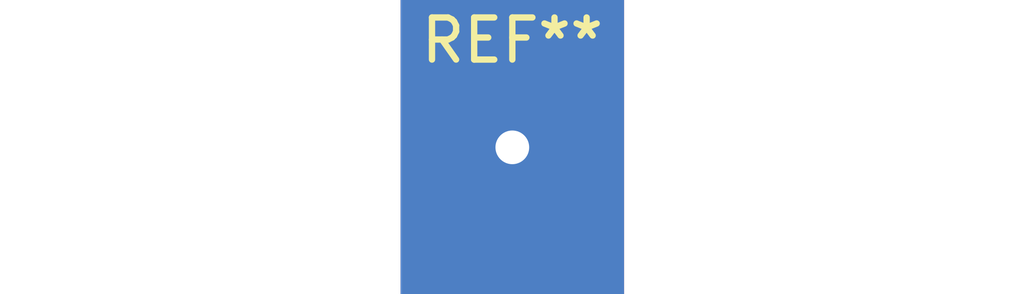
<source format=kicad_pcb>
(kicad_pcb (version 20171130) (host pcbnew 5.1.5+dfsg1-2build2)

  (general
    (thickness 1.6)
    (drawings 0)
    (tracks 0)
    (zones 0)
    (modules 1)
    (nets 1)
  )

  (page A4)
  (layers
    (0 F.Cu signal)
    (31 B.Cu signal)
    (32 B.Adhes user)
    (33 F.Adhes user)
    (34 B.Paste user)
    (35 F.Paste user)
    (36 B.SilkS user)
    (37 F.SilkS user)
    (38 B.Mask user)
    (39 F.Mask user)
    (40 Dwgs.User user)
    (41 Cmts.User user)
    (42 Eco1.User user)
    (43 Eco2.User user)
    (44 Edge.Cuts user)
    (45 Margin user)
    (46 B.CrtYd user)
    (47 F.CrtYd user)
    (48 B.Fab user)
    (49 F.Fab user)
  )

  (setup
    (last_trace_width 0.25)
    (trace_clearance 0.2)
    (zone_clearance 0.508)
    (zone_45_only no)
    (trace_min 0.2)
    (via_size 0.8)
    (via_drill 0.4)
    (via_min_size 0.4)
    (via_min_drill 0.3)
    (uvia_size 0.3)
    (uvia_drill 0.1)
    (uvias_allowed no)
    (uvia_min_size 0.2)
    (uvia_min_drill 0.1)
    (edge_width 0.05)
    (segment_width 0.2)
    (pcb_text_width 0.3)
    (pcb_text_size 1.5 1.5)
    (mod_edge_width 0.12)
    (mod_text_size 1 1)
    (mod_text_width 0.15)
    (pad_size 5.3 7)
    (pad_drill 0.8001)
    (pad_to_mask_clearance 0.051)
    (solder_mask_min_width 0.25)
    (aux_axis_origin 0 0)
    (visible_elements FFFFFF7F)
    (pcbplotparams
      (layerselection 0x00000_7fffffff)
      (usegerberextensions false)
      (usegerberattributes false)
      (usegerberadvancedattributes false)
      (creategerberjobfile false)
      (excludeedgelayer true)
      (linewidth 0.100000)
      (plotframeref false)
      (viasonmask false)
      (mode 1)
      (useauxorigin false)
      (hpglpennumber 1)
      (hpglpenspeed 20)
      (hpglpendiameter 15.000000)
      (psnegative false)
      (psa4output false)
      (plotreference true)
      (plotvalue true)
      (plotinvisibletext false)
      (padsonsilk false)
      (subtractmaskfromsilk false)
      (outputformat 1)
      (mirror false)
      (drillshape 0)
      (scaleselection 1)
      (outputdirectory ""))
  )

  (net 0 "")

  (net_class Default "Это класс цепей по умолчанию."
    (clearance 0.2)
    (trace_width 0.25)
    (via_dia 0.8)
    (via_drill 0.4)
    (uvia_dia 0.3)
    (uvia_drill 0.1)
  )

  (module Connector_Wire:SolderWirePad_1x01_Drill0.8mm (layer F.Cu) (tedit 65124350) (tstamp 6511D9B9)
    (at 105.41 80.01)
    (descr "Wire solder connection")
    (tags connector)
    (attr virtual)
    (fp_text reference REF** (at 0 -2.54) (layer F.SilkS)
      (effects (font (size 1 1) (thickness 0.15)))
    )
    (fp_text value SolderWirePad_1x01_Drill0.8mm (at 0 2.54) (layer F.Fab)
      (effects (font (size 1 1) (thickness 0.15)))
    )
    (fp_line (start 1.5 1.5) (end -1.5 1.5) (layer F.CrtYd) (width 0.05))
    (fp_line (start 1.5 1.5) (end 1.5 -1.5) (layer F.CrtYd) (width 0.05))
    (fp_line (start -1.5 -1.5) (end -1.5 1.5) (layer F.CrtYd) (width 0.05))
    (fp_line (start -1.5 -1.5) (end 1.5 -1.5) (layer F.CrtYd) (width 0.05))
    (fp_text user %R (at 0 0) (layer F.Fab)
      (effects (font (size 1 1) (thickness 0.15)))
    )
    (pad 1 thru_hole rect (at 0 0) (size 5.3 7) (drill 0.8001) (layers *.Cu *.Mask))
  )

)

</source>
